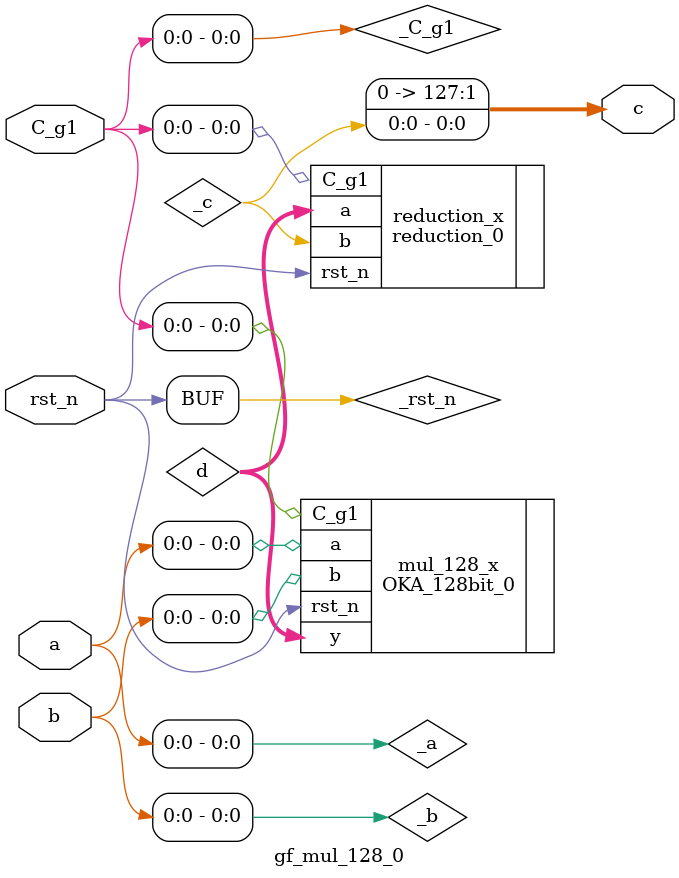
<source format=v>
module gf_mul_128_0 ( a, b, C_g1, rst_n, c );
input [127:0] a;
input [127:0] b;
input [21:0] C_g1;
input rst_n;
output [127:0] c;
wire [254:0] d;
assign _a = a;
assign _b = b;
assign _C_g1 = C_g1;
assign _rst_n = rst_n;
assign c = _c;
OKA_128bit_0 mul_128_x ( .a( _a ), 
.b( _b ), 
.y( d ), 
.C_g1( _C_g1 ), 
.rst_n( _rst_n ) );
reduction_0 reduction_x ( .a( d ), 
.C_g1( _C_g1 ), 
.rst_n( _rst_n ), 
.b( _c ) );
endmodule

</source>
